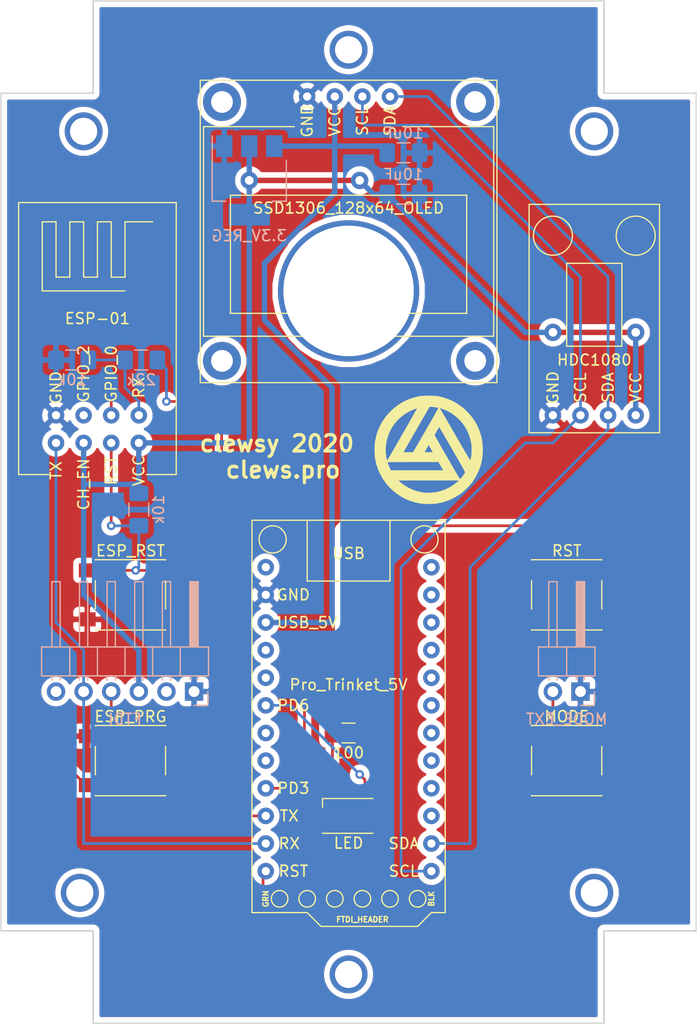
<source format=kicad_pcb>
(kicad_pcb (version 20171130) (host pcbnew 5.1.4+dfsg1-1)
  (layers (0 F.Cu signal) (31 B.Cu signal) (34 B.Paste user) (35 F.Paste user) (36 B.SilkS user) (37 F.SilkS user) (38 B.Mask user) (39 F.Mask user) (44 Edge.Cuts user))
  (net 0 "")
  (net 1 GND)
  (net 2 5V)
  (net 3 3.3V)
  (net 4 "Net-(D1-Pad2)")
  (net 5 "Net-(D1-Pad1)")
  (net 6 "Net-(ESP_PRG1-Pad2)")
  (net 7 "Net-(ESP_RST1-Pad1)")
  (net 8 "Net-(R3-Pad1)")
  (net 9 U1_TX)
  (net 10 "Net-(RST1-Pad2)")
  (net 11 SCL)
  (net 12 SDA)
  (net 13 "Net-(U1-Pad22)")
  (net 14 "Net-(U1-Pad21)")
  (net 15 "Net-(U1-Pad20)")
  (net 16 "Net-(U1-Pad19)")
  (net 17 "Net-(U1-Pad18)")
  (net 18 "Net-(U1-Pad17)")
  (net 19 "Net-(U1-Pad16)")
  (net 20 "Net-(U1-Pad15)")
  (net 21 "Net-(U1-Pad14)")
  (net 22 "Net-(U1-Pad13)")
  (net 23 U1_RX)
  (net 24 "Net-(U1-Pad8)")
  (net 25 "Net-(U1-Pad7)")
  (net 26 "Net-(U1-Pad5)")
  (net 27 "Net-(U1-Pad4)")
  (net 28 "Net-(U1-Pad1)")
  (net 29 "Net-(U2-Pad3)")
  (net 30 "Net-(J1-Pad2)")
  (net 31 "Net-(U6-Pad2)")
  (net 32 "Net-(U6-Pad6)")
  (module temp0_parts:clewsy_logo_10mm (layer F.Cu) (at 149.86 92.075)
    (fp_text reference G*** hide)
    (fp_text value LOGO hide)
    (fp_poly (pts (xy 0.242222 -4.965981) (xy 0.44562 -4.96071) (xy 0.621111 -4.950311) (xy 0.779614 -4.933463) (xy 0.932046 -4.908845) (xy 1.089324 -4.875137) (xy 1.262366 -4.831017) (xy 1.367652 -4.801993) (xy 1.825872 -4.649425) (xy 2.259115 -4.455534) (xy 2.66994 -4.218804) (xy 3.060902 -3.937718) (xy 3.434562 -3.61076) (xy 3.523619 -3.523628) (xy 3.848058 -3.171751) (xy 4.126976 -2.808637) (xy 4.364378 -2.4283) (xy 4.564268 -2.024755) (xy 4.627104 -1.874432) (xy 4.770232 -1.472116) (xy 4.874441 -1.075393) (xy 4.942115 -0.6716) (xy 4.975642 -0.248072) (xy 4.980392 0) (xy 4.95937 0.492885) (xy 4.895468 0.964694) (xy 4.787437 1.419321) (xy 4.634024 1.860663) (xy 4.433978 2.292614) (xy 4.186047 2.71907) (xy 4.034254 2.944972) (xy 3.931621 3.078468) (xy 3.798663 3.232761) (xy 3.644712 3.398519) (xy 3.4791 3.566409) (xy 3.311158 3.7271) (xy 3.15022 3.87126) (xy 3.005616 3.989556) (xy 2.944972 4.034254) (xy 2.512235 4.311654) (xy 2.071619 4.540463) (xy 1.620924 4.721572) (xy 1.157951 4.855869) (xy 0.700944 4.941433) (xy 0.53287 4.95893) (xy 0.330496 4.970611) (xy 0.107631 4.976482) (xy -0.121919 4.976552) (xy -0.344346 4.970827) (xy -0.545841 4.959315) (xy -0.712598 4.942024) (xy -0.722157 4.940663) (xy -1.203896 4.846177) (xy -1.667963 4.706612) (xy -2.111958 4.524293) (xy -2.533486 4.301546) (xy -2.930147 4.040695) (xy -3.299544 3.744066) (xy -3.63928 3.413984) (xy -3.946955 3.052773) (xy -4.114279 2.813921) (xy -2.773436 2.813921) (xy -2.700297 2.891188) (xy -2.611576 2.973909) (xy -2.489457 3.07243) (xy -2.344584 3.179298) (xy -2.187602 3.28706) (xy -2.029155 3.388264) (xy -1.879887 3.475457) (xy -1.820765 3.506997) (xy -1.404059 3.694477) (xy -0.975396 3.833815) (xy -0.532573 3.92571) (xy -0.473138 3.934307) (xy -0.335716 3.946329) (xy -0.162835 3.951108) (xy 0.031778 3.949199) (xy 0.234393 3.941158) (xy 0.43128 3.927541) (xy 0.60871 3.908902) (xy 0.752955 3.885797) (xy 0.759509 3.884438) (xy 1.188447 3.770247) (xy 1.601964 3.612527) (xy 1.818979 3.508547) (xy 1.961616 3.429157) (xy 2.117793 3.332734) (xy 2.276926 3.226692) (xy 2.428433 3.118445) (xy 2.561729 3.015406) (xy 2.666232 2.924989) (xy 2.700296 2.891188) (xy 2.773435 2.813921) (xy -2.773436 2.813921) (xy -4.114279 2.813921) (xy -4.220174 2.662758) (xy -4.456537 2.246266) (xy -4.653646 1.80562) (xy -4.809105 1.343146) (xy -4.855142 1.144921) (xy -3.785098 1.144921) (xy -3.775583 1.186277) (xy -3.749792 1.262483) (xy -3.711853 1.362957) (xy -3.665897 1.47712) (xy -3.616054 1.59439) (xy -3.56862 1.699558) (xy -3.478421 1.892549) (xy 1.348768 1.892549) (xy 1.300073 1.811617) (xy 1.269598 1.760463) (xy 1.220169 1.676928) (xy 1.158029 1.571587) (xy 1.089425 1.455017) (xy 1.072158 1.425637) (xy 0.892939 1.120588) (xy -1.44608 1.120588) (xy -1.876948 1.120845) (xy -2.266579 1.121611) (xy -2.614022 1.122875) (xy -2.918329 1.124627) (xy -3.178549 1.126858) (xy -3.393731 1.129558) (xy -3.562927 1.132717) (xy -3.685186 1.136324) (xy -3.759557 1.14037) (xy -3.785092 1.144846) (xy -3.785098 1.144921) (xy -4.855142 1.144921) (xy -4.918628 0.871568) (xy -4.941794 0.706867) (xy -4.959266 0.505522) (xy -4.970833 0.28039) (xy -4.976283 0.044327) (xy -4.975626 -0.131086) (xy -3.957395 -0.131086) (xy -3.949831 0.286295) (xy -3.895024 0.703319) (xy -3.868667 0.829745) (xy -3.847991 0.911232) (xy -3.829568 0.967119) (xy -3.817106 0.986329) (xy -3.81638 0.985856) (xy -3.802356 0.962887) (xy -3.765066 0.899536) (xy -3.706113 0.798572) (xy -3.627102 0.662764) (xy -3.529636 0.49488) (xy -3.41532 0.297688) (xy -3.359233 0.200837) (xy -2.311732 0.200837) (xy -2.290965 0.209159) (xy -2.225926 0.21593) (xy -2.12213 0.220849) (xy -1.985092 0.223616) (xy -1.885223 0.224117) (xy -0.378284 0.224117) (xy 0.378283 0.224117) (xy 0.297782 0.080931) (xy 0.203107 -0.086996) (xy 0.129936 -0.215586) (xy 0.075738 -0.309124) (xy 0.03798 -0.371892) (xy 0.01413 -0.408173) (xy 0.001657 -0.422252) (xy 0 -0.422805) (xy -0.009992 -0.413674) (xy -0.030719 -0.383426) (xy -0.064711 -0.327778) (xy -0.114502 -0.242447) (xy -0.182623 -0.123148) (xy -0.271607 0.034401) (xy -0.297783 0.080931) (xy -0.378284 0.224117) (xy -1.885223 0.224117) (xy -1.722995 0.223442) (xy -1.603632 0.221037) (xy -1.520211 0.216336) (xy -1.465805 0.208772) (xy -1.433491 0.197779) (xy -1.418734 0.185947) (xy -1.401914 0.159238) (xy -1.362022 0.092455) (xy -1.30085 -0.011322) (xy -1.220189 -0.149014) (xy -1.121832 -0.317542) (xy -1.007571 -0.513826) (xy -0.879198 -0.734788) (xy -0.738505 -0.977348) (xy -0.587286 -1.238426) (xy -0.526444 -1.343606) (xy 0.547843 -1.343606) (xy 0.560034 -1.318236) (xy 0.595455 -1.252812) (xy 0.652374 -1.150375) (xy 0.72906 -1.013968) (xy 0.823781 -0.846634) (xy 0.934807 -0.651416) (xy 1.060407 -0.431355) (xy 1.198848 -0.189496) (xy 1.348401 0.07112) (xy 1.507333 0.347451) (xy 1.673915 0.636452) (xy 1.710428 0.699717) (xy 1.90669 1.039633) (xy 2.079633 1.338915) (xy 2.230802 1.600081) (xy 2.361744 1.825651) (xy 2.474008 2.018142) (xy 2.569138 2.180073) (xy 2.648683 2.313961) (xy 2.714189 2.422326) (xy 2.767203 2.507684) (xy 2.809271 2.572555) (xy 2.841942 2.619457) (xy 2.866761 2.650907) (xy 2.885276 2.669424) (xy 2.899034 2.677527) (xy 2.90958 2.677733) (xy 2.918463 2.67256) (xy 2.920973 2.670392) (xy 2.955105 2.633145) (xy 3.010243 2.565907) (xy 3.078125 2.47898) (xy 3.135419 2.403039) (xy 3.206885 2.305807) (xy 3.270507 2.217382) (xy 3.318331 2.148927) (xy 3.339496 2.116666) (xy 3.345179 2.105295) (xy 3.347991 2.091447) (xy 3.346513 2.072508) (xy 3.339324 2.045862) (xy 3.325005 2.008895) (xy 3.302136 1.95899) (xy 3.269297 1.893534) (xy 3.225068 1.809911) (xy 3.168028 1.705505) (xy 3.096759 1.577703) (xy 3.009841 1.423888) (xy 2.905852 1.241445) (xy 2.783375 1.02776) (xy 2.640988 0.780217) (xy 2.477272 0.496202) (xy 2.290806 0.173098) (xy 2.180357 -0.018203) (xy 2.009826 -0.313267) (xy 1.846225 -0.595801) (xy 1.69128 -0.862853) (xy 1.546714 -1.111476) (xy 1.414255 -1.33872) (xy 1.295626 -1.541636) (xy 1.192554 -1.717275) (xy 1.106763 -1.862687) (xy 1.039979 -1.974924) (xy 0.993927 -2.051036) (xy 0.970333 -2.088074) (xy 0.967599 -2.091291) (xy 0.95031 -2.070938) (xy 0.914532 -2.015292) (xy 0.865144 -1.933043) (xy 0.807025 -1.83288) (xy 0.745053 -1.723492) (xy 0.684106 -1.61357) (xy 0.629062 -1.511802) (xy 0.5848 -1.426878) (xy 0.556198 -1.367487) (xy 0.547843 -1.343606) (xy -0.526444 -1.343606) (xy -0.42733 -1.514945) (xy -0.260432 -1.803823) (xy -0.233971 -1.849657) (xy -0.037022 -2.191005) (xy 0.136276 -2.49183) (xy 0.287308 -2.754661) (xy 0.417462 -2.982026) (xy 0.528126 -3.176454) (xy 0.620686 -3.340474) (xy 0.69653 -3.476614) (xy 0.757045 -3.587403) (xy 0.803617 -3.67537) (xy 0.837635 -3.743044) (xy 0.860486 -3.792953) (xy 0.873555 -3.827626) (xy 0.873911 -3.829298) (xy 1.026737 -3.829298) (xy 1.230765 -3.477247) (xy 1.27307 -3.404181) (xy 1.338172 -3.29165) (xy 1.423952 -3.143318) (xy 1.528296 -2.962845) (xy 1.649085 -2.753894) (xy 1.784205 -2.520125) (xy 1.931538 -2.265201) (xy 2.088968 -1.992784) (xy 2.254378 -1.706535) (xy 2.425652 -1.410116) (xy 2.600674 -1.107188) (xy 2.626485 -1.062511) (xy 2.846047 -0.683155) (xy 3.04475 -0.341248) (xy 3.222205 -0.037446) (xy 3.378019 0.227595) (xy 3.511801 0.453218) (xy 3.623159 0.638767) (xy 3.711702 0.783586) (xy 3.777038 0.887018) (xy 3.818776 0.948407) (xy 3.836524 0.967097) (xy 3.836905 0.966712) (xy 3.85008 0.928031) (xy 3.868925 0.854012) (xy 3.890069 0.758294) (xy 3.897452 0.72187) (xy 3.922516 0.55696) (xy 3.940849 0.358486) (xy 3.951945 0.142297) (xy 3.955297 -0.075758) (xy 3.950396 -0.279829) (xy 3.936737 -0.454068) (xy 3.935413 -0.464957) (xy 3.856141 -0.901862) (xy 3.730836 -1.322708) (xy 3.561539 -1.724449) (xy 3.350288 -2.104036) (xy 3.099126 -2.458423) (xy 2.810093 -2.784563) (xy 2.48523 -3.079408) (xy 2.126576 -3.339912) (xy 1.930195 -3.4592) (xy 1.793787 -3.531191) (xy 1.632851 -3.607181) (xy 1.462953 -3.680551) (xy 1.299661 -3.744682) (xy 1.158541 -3.792953) (xy 1.117241 -3.804883) (xy 1.026737 -3.829298) (xy 0.873911 -3.829298) (xy 0.878232 -3.849592) (xy 0.875902 -3.861379) (xy 0.871429 -3.864729) (xy 0.816999 -3.87863) (xy 0.726318 -3.895512) (xy 0.612704 -3.913513) (xy 0.489475 -3.930767) (xy 0.369948 -3.945411) (xy 0.267439 -3.955581) (xy 0.195268 -3.959412) (xy 0.085134 -3.959412) (xy -1.109149 -1.890927) (xy -1.279544 -1.595714) (xy -1.442847 -1.312611) (xy -1.597337 -1.044611) (xy -1.741294 -0.794705) (xy -1.873 -0.565885) (xy -1.990734 -0.361141) (xy -2.092776 -0.183465) (xy -2.177407 -0.035849) (xy -2.242906 0.078717) (xy -2.287555 0.15724) (xy -2.309633 0.19673) (xy -2.311732 0.200837) (xy -3.359233 0.200837) (xy -3.285756 0.073958) (xy -3.14255 -0.173543) (xy -2.987304 -0.442046) (xy -2.821622 -0.728782) (xy -2.64711 -1.030984) (xy -2.465369 -1.345882) (xy -2.426812 -1.412713) (xy -2.244212 -1.729568) (xy -2.069036 -2.034212) (xy -1.902845 -2.323891) (xy -1.747203 -2.595851) (xy -1.603672 -2.84734) (xy -1.473815 -3.075603) (xy -1.359195 -3.277888) (xy -1.261374 -3.451441) (xy -1.181916 -3.593509) (xy -1.122382 -3.701339) (xy -1.084336 -3.772177) (xy -1.069341 -3.80327) (xy -1.069287 -3.804502) (xy -1.107326 -3.800835) (xy -1.181535 -3.779228) (xy -1.283122 -3.743162) (xy -1.403295 -3.696117) (xy -1.533263 -3.641574) (xy -1.664233 -3.583013) (xy -1.787414 -3.523915) (xy -1.820765 -3.506998) (xy -2.189112 -3.290426) (xy -2.527764 -3.037052) (xy -2.834967 -2.750592) (xy -3.108965 -2.434761) (xy -3.348004 -2.093276) (xy -3.550328 -1.729852) (xy -3.714185 -1.348206) (xy -3.837818 -0.952052) (xy -3.919473 -0.545107) (xy -3.957395 -0.131086) (xy -4.975626 -0.131086) (xy -4.975405 -0.189809) (xy -4.967987 -0.409161) (xy -4.953819 -0.600873) (xy -4.944163 -0.682162) (xy -4.851445 -1.176271) (xy -4.713727 -1.649047) (xy -4.531072 -2.100363) (xy -4.303543 -2.530093) (xy -4.031203 -2.938112) (xy -3.714115 -3.324293) (xy -3.524126 -3.523883) (xy -3.153843 -3.862393) (xy -2.765902 -4.154901) (xy -2.357992 -4.402783) (xy -1.927802 -4.607417) (xy -1.473023 -4.770179) (xy -1.394608 -4.793351) (xy -1.204425 -4.845999) (xy -1.036974 -4.887087) (xy -0.881321 -4.917979) (xy -0.726533 -4.94004) (xy -0.561674 -4.954637) (xy -0.37581 -4.963133) (xy -0.158007 -4.966893) (xy 0 -4.967445) (xy 0.242222 -4.965981)) (layer F.SilkS) (width 0.01))
  )
  (module Connector_PinHeader_2.54mm:PinHeader_1x02_P2.54mm_Horizontal (layer B.Cu) (at 163.83 114.3 90)
    (fp_text reference J1)
    (fp_text value MODE_EXT (at -2.54 -1.27) (layer B.SilkS) (effects (justify mirror)))
    (fp_line (start -1.27 1.27) (end 0 1.27) (layer B.SilkS) (width 0.12))
    (fp_line (start -1.27 0) (end -1.27 1.27) (layer B.SilkS) (width 0.12))
    (fp_line (start 1.042929 -2.92) (end 1.44 -2.92) (layer B.SilkS) (width 0.12))
    (fp_line (start 1.042929 -2.16) (end 1.44 -2.16) (layer B.SilkS) (width 0.12))
    (fp_line (start 10.1 -2.92) (end 4.1 -2.92) (layer B.SilkS) (width 0.12))
    (fp_line (start 10.1 -2.16) (end 10.1 -2.92) (layer B.SilkS) (width 0.12))
    (fp_line (start 4.1 -2.16) (end 10.1 -2.16) (layer B.SilkS) (width 0.12))
    (fp_line (start 1.44 -1.27) (end 4.1 -1.27) (layer B.SilkS) (width 0.12))
    (fp_line (start 1.11 -0.38) (end 1.44 -0.38) (layer B.SilkS) (width 0.12))
    (fp_line (start 1.11 0.38) (end 1.44 0.38) (layer B.SilkS) (width 0.12))
    (fp_line (start 4.1 -0.28) (end 10.1 -0.28) (layer B.SilkS) (width 0.12))
    (fp_line (start 4.1 -0.16) (end 10.1 -0.16) (layer B.SilkS) (width 0.12))
    (fp_line (start 4.1 -0.04) (end 10.1 -0.04) (layer B.SilkS) (width 0.12))
    (fp_line (start 4.1 0.08) (end 10.1 0.08) (layer B.SilkS) (width 0.12))
    (fp_line (start 4.1 0.2) (end 10.1 0.2) (layer B.SilkS) (width 0.12))
    (fp_line (start 4.1 0.32) (end 10.1 0.32) (layer B.SilkS) (width 0.12))
    (fp_line (start 10.1 -0.38) (end 4.1 -0.38) (layer B.SilkS) (width 0.12))
    (fp_line (start 10.1 0.38) (end 10.1 -0.38) (layer B.SilkS) (width 0.12))
    (fp_line (start 4.1 0.38) (end 10.1 0.38) (layer B.SilkS) (width 0.12))
    (fp_line (start 4.1 1.33) (end 1.44 1.33) (layer B.SilkS) (width 0.12))
    (fp_line (start 4.1 -3.87) (end 4.1 1.33) (layer B.SilkS) (width 0.12))
    (fp_line (start 1.44 -3.87) (end 4.1 -3.87) (layer B.SilkS) (width 0.12))
    (fp_line (start 1.44 1.33) (end 1.44 -3.87) (layer B.SilkS) (width 0.12))
    (pad 2 thru_hole oval (at 0 -2.54 90) (size 1.7 1.7) (drill 1) (layers *.Cu *.Mask) (net 30 "Net-(J1-Pad2)"))
    (pad 1 thru_hole rect (at 0 0 90) (size 1.7 1.7) (drill 1) (layers *.Cu *.Mask) (net 1 GND))
  )
  (module Connector_PinHeader_2.54mm:PinHeader_1x06_P2.54mm_Horizontal (layer B.Cu) (at 128.27 114.3 90)
    (fp_text reference U6)
    (fp_text value FTDI (at -2.54 -6.35) (layer B.SilkS) (effects (justify mirror)))
    (fp_line (start 1.44 1.33) (end 1.44 -14.03) (layer B.SilkS) (width 0.12))
    (fp_line (start 1.44 -14.03) (end 4.1 -14.03) (layer B.SilkS) (width 0.12))
    (fp_line (start 4.1 -14.03) (end 4.1 1.33) (layer B.SilkS) (width 0.12))
    (fp_line (start 4.1 1.33) (end 1.44 1.33) (layer B.SilkS) (width 0.12))
    (fp_line (start 4.1 0.38) (end 10.1 0.38) (layer B.SilkS) (width 0.12))
    (fp_line (start 10.1 0.38) (end 10.1 -0.38) (layer B.SilkS) (width 0.12))
    (fp_line (start 10.1 -0.38) (end 4.1 -0.38) (layer B.SilkS) (width 0.12))
    (fp_line (start 4.1 0.32) (end 10.1 0.32) (layer B.SilkS) (width 0.12))
    (fp_line (start 4.1 0.2) (end 10.1 0.2) (layer B.SilkS) (width 0.12))
    (fp_line (start 4.1 0.08) (end 10.1 0.08) (layer B.SilkS) (width 0.12))
    (fp_line (start 4.1 -0.04) (end 10.1 -0.04) (layer B.SilkS) (width 0.12))
    (fp_line (start 4.1 -0.16) (end 10.1 -0.16) (layer B.SilkS) (width 0.12))
    (fp_line (start 4.1 -0.28) (end 10.1 -0.28) (layer B.SilkS) (width 0.12))
    (fp_line (start 1.11 0.38) (end 1.44 0.38) (layer B.SilkS) (width 0.12))
    (fp_line (start 1.11 -0.38) (end 1.44 -0.38) (layer B.SilkS) (width 0.12))
    (fp_line (start 1.44 -1.27) (end 4.1 -1.27) (layer B.SilkS) (width 0.12))
    (fp_line (start 4.1 -2.16) (end 10.1 -2.16) (layer B.SilkS) (width 0.12))
    (fp_line (start 10.1 -2.16) (end 10.1 -2.92) (layer B.SilkS) (width 0.12))
    (fp_line (start 10.1 -2.92) (end 4.1 -2.92) (layer B.SilkS) (width 0.12))
    (fp_line (start 1.042929 -2.16) (end 1.44 -2.16) (layer B.SilkS) (width 0.12))
    (fp_line (start 1.042929 -2.92) (end 1.44 -2.92) (layer B.SilkS) (width 0.12))
    (fp_line (start 1.44 -3.81) (end 4.1 -3.81) (layer B.SilkS) (width 0.12))
    (fp_line (start 4.1 -4.7) (end 10.1 -4.7) (layer B.SilkS) (width 0.12))
    (fp_line (start 10.1 -4.7) (end 10.1 -5.46) (layer B.SilkS) (width 0.12))
    (fp_line (start 10.1 -5.46) (end 4.1 -5.46) (layer B.SilkS) (width 0.12))
    (fp_line (start 1.042929 -4.7) (end 1.44 -4.7) (layer B.SilkS) (width 0.12))
    (fp_line (start 1.042929 -5.46) (end 1.44 -5.46) (layer B.SilkS) (width 0.12))
    (fp_line (start 1.44 -6.35) (end 4.1 -6.35) (layer B.SilkS) (width 0.12))
    (fp_line (start 4.1 -7.24) (end 10.1 -7.24) (layer B.SilkS) (width 0.12))
    (fp_line (start 10.1 -7.24) (end 10.1 -8) (layer B.SilkS) (width 0.12))
    (fp_line (start 10.1 -8) (end 4.1 -8) (layer B.SilkS) (width 0.12))
    (fp_line (start 1.042929 -7.24) (end 1.44 -7.24) (layer B.SilkS) (width 0.12))
    (fp_line (start 1.042929 -8) (end 1.44 -8) (layer B.SilkS) (width 0.12))
    (fp_line (start 1.44 -8.89) (end 4.1 -8.89) (layer B.SilkS) (width 0.12))
    (fp_line (start 4.1 -9.78) (end 10.1 -9.78) (layer B.SilkS) (width 0.12))
    (fp_line (start 10.1 -9.78) (end 10.1 -10.54) (layer B.SilkS) (width 0.12))
    (fp_line (start 10.1 -10.54) (end 4.1 -10.54) (layer B.SilkS) (width 0.12))
    (fp_line (start 1.042929 -9.78) (end 1.44 -9.78) (layer B.SilkS) (width 0.12))
    (fp_line (start 1.042929 -10.54) (end 1.44 -10.54) (layer B.SilkS) (width 0.12))
    (fp_line (start 1.44 -11.43) (end 4.1 -11.43) (layer B.SilkS) (width 0.12))
    (fp_line (start 4.1 -12.32) (end 10.1 -12.32) (layer B.SilkS) (width 0.12))
    (fp_line (start 10.1 -12.32) (end 10.1 -13.08) (layer B.SilkS) (width 0.12))
    (fp_line (start 10.1 -13.08) (end 4.1 -13.08) (layer B.SilkS) (width 0.12))
    (fp_line (start 1.042929 -12.32) (end 1.44 -12.32) (layer B.SilkS) (width 0.12))
    (fp_line (start 1.042929 -13.08) (end 1.44 -13.08) (layer B.SilkS) (width 0.12))
    (fp_line (start -1.27 0) (end -1.27 1.27) (layer B.SilkS) (width 0.12))
    (fp_line (start -1.27 1.27) (end 0 1.27) (layer B.SilkS) (width 0.12))
    (pad 1 thru_hole rect (at 0 0 90) (size 1.7 1.7) (drill 1) (layers *.Cu *.Mask) (net 1 GND))
    (pad 2 thru_hole oval (at 0 -2.54 90) (size 1.7 1.7) (drill 1) (layers *.Cu *.Mask) (net 31 "Net-(U6-Pad2)"))
    (pad 3 thru_hole oval (at 0 -5.08 90) (size 1.7 1.7) (drill 1) (layers *.Cu *.Mask) (net 3 3.3V))
    (pad 4 thru_hole oval (at 0 -7.62 90) (size 1.7 1.7) (drill 1) (layers *.Cu *.Mask) (net 9 U1_TX))
    (pad 5 thru_hole oval (at 0 -10.16 90) (size 1.7 1.7) (drill 1) (layers *.Cu *.Mask) (net 23 U1_RX))
    (pad 6 thru_hole oval (at 0 -12.7 90) (size 1.7 1.7) (drill 1) (layers *.Cu *.Mask) (net 32 "Net-(U6-Pad6)"))
  )
  (module Package_TO_SOT_SMD:SOT-223-3_TabPin2 (layer B.Cu) (at 133.35 67.31 270)
    (fp_text reference U5)
    (fp_text value 3.3V_REG (at 5.08 0 180) (layer B.SilkS) (effects (justify mirror)))
    (fp_line (start -4.1 3.41) (end 1.91 3.41) (layer B.SilkS) (width 0.12))
    (fp_line (start -1.85 -3.41) (end 1.91 -3.41) (layer B.SilkS) (width 0.12))
    (fp_line (start 1.91 3.41) (end 1.91 2.15) (layer B.SilkS) (width 0.12))
    (fp_line (start 1.91 -3.41) (end 1.91 -2.15) (layer B.SilkS) (width 0.12))
    (pad 1 smd rect (at -3.15 2.3 270) (size 2 1.5) (layers B.Cu B.Paste B.Mask) (net 1 GND))
    (pad 3 smd rect (at -3.15 -2.3 270) (size 2 1.5) (layers B.Cu B.Paste B.Mask) (net 2 5V))
    (pad 2 smd rect (at -3.15 0 270) (size 2 1.5) (layers B.Cu B.Paste B.Mask) (net 3 3.3V))
    (pad 2 smd rect (at 3.15 0 270) (size 2 3.8) (layers B.Cu B.Paste B.Mask) (net 3 3.3V))
  )
  (module temp0_parts:Pro_Trinket_5V (layer F.Cu) (at 142.49 116.84)
    (fp_text reference U1)
    (fp_text value Pro_Trinket_5V (at 0 -3.175) (layer F.SilkS))
    (fp_text user GND (at -5.08 -11.43) (layer F.SilkS))
    (fp_text user USB_5V (at -3.81 -8.89) (layer F.SilkS))
    (fp_text user PD6 (at -5.08 -1.27) (layer F.SilkS))
    (fp_text user PD3 (at -5.08 6.35) (layer F.SilkS))
    (fp_text user "TX " (at -5.08 8.89) (layer F.SilkS))
    (fp_text user "RX " (at -5.08 11.43) (layer F.SilkS))
    (fp_text user RST (at -5.08 13.97) (layer F.SilkS))
    (fp_text user SCL (at 5.08 13.97) (layer F.SilkS))
    (fp_text user SDA (at 5.08 11.43) (layer F.SilkS))
    (fp_text user USB (at 0 -15.24) (layer F.SilkS))
    (fp_line (start 3.81 -12.7) (end 3.81 -18.288) (layer F.SilkS) (width 0.12))
    (fp_line (start -3.81 -12.7) (end 3.81 -12.7) (layer F.SilkS) (width 0.12))
    (fp_line (start -3.81 -18.288) (end -3.81 -12.7) (layer F.SilkS) (width 0.12))
    (fp_text user GRN (at -7.62 16.51 90) (layer F.SilkS) (effects (font (size 0.5 0.5) (thickness 0.125))))
    (fp_text user BLK (at 7.62 16.51 90) (layer F.SilkS) (effects (font (size 0.5 0.5) (thickness 0.125))))
    (fp_line (start -3.81 17.78) (end -8.89 17.78) (layer F.SilkS) (width 0.12))
    (fp_line (start 8.89 17.78) (end 7.62 17.78) (layer F.SilkS) (width 0.12))
    (fp_line (start -2.54 19.05) (end -3.81 17.78) (layer F.SilkS) (width 0.12))
    (fp_line (start 6.35 19.05) (end -2.54 19.05) (layer F.SilkS) (width 0.12))
    (fp_line (start 7.62 17.78) (end 6.35 19.05) (layer F.SilkS) (width 0.12))
    (fp_text user FTDI_HEADER (at 1.27 18.415) (layer F.SilkS) (effects (font (size 0.5 0.5) (thickness 0.125))))
    (fp_circle (center 6.35 16.51) (end 7.112 16.51) (layer F.SilkS) (width 0.12))
    (fp_circle (center 3.81 16.51) (end 4.572 16.51) (layer F.SilkS) (width 0.12))
    (fp_circle (center 1.27 16.51) (end 2.032 16.51) (layer F.SilkS) (width 0.12))
    (fp_circle (center -1.27 16.51) (end -0.508 16.51) (layer F.SilkS) (width 0.12))
    (fp_circle (center -3.81 16.51) (end -3.048 16.51) (layer F.SilkS) (width 0.12))
    (fp_circle (center -6.35 16.51) (end -5.588 16.51) (layer F.SilkS) (width 0.12))
    (fp_circle (center -6.985 -16.53) (end -5.735 -16.53) (layer F.SilkS) (width 0.12))
    (fp_circle (center 6.985 -16.53) (end 8.235 -16.53) (layer F.SilkS) (width 0.12))
    (fp_line (start 8.89 -18.288) (end -8.89 -18.288) (layer F.SilkS) (width 0.12))
    (fp_line (start 8.89 17.78) (end 8.89 -18.288) (layer F.SilkS) (width 0.12))
    (fp_line (start -8.89 -18.288) (end -8.89 17.78) (layer F.SilkS) (width 0.12))
    (pad 24 thru_hole circle (at 7.62 13.97) (size 1.524 1.524) (drill 0.762) (layers *.Cu *.Mask) (net 11 SCL))
    (pad 23 thru_hole circle (at 7.62 11.43) (size 1.524 1.524) (drill 0.762) (layers *.Cu *.Mask) (net 12 SDA))
    (pad 22 thru_hole circle (at 7.62 8.89) (size 1.524 1.524) (drill 0.762) (layers *.Cu *.Mask) (net 13 "Net-(U1-Pad22)"))
    (pad 21 thru_hole circle (at 7.62 6.35) (size 1.524 1.524) (drill 0.762) (layers *.Cu *.Mask) (net 14 "Net-(U1-Pad21)"))
    (pad 20 thru_hole circle (at 7.62 3.81) (size 1.524 1.524) (drill 0.762) (layers *.Cu *.Mask) (net 15 "Net-(U1-Pad20)"))
    (pad 19 thru_hole circle (at 7.62 1.27) (size 1.524 1.524) (drill 0.762) (layers *.Cu *.Mask) (net 16 "Net-(U1-Pad19)"))
    (pad 18 thru_hole circle (at 7.62 -1.27) (size 1.524 1.524) (drill 0.762) (layers *.Cu *.Mask) (net 17 "Net-(U1-Pad18)"))
    (pad 17 thru_hole circle (at 7.62 -3.81) (size 1.524 1.524) (drill 0.762) (layers *.Cu *.Mask) (net 18 "Net-(U1-Pad17)"))
    (pad 16 thru_hole circle (at 7.62 -6.35) (size 1.524 1.524) (drill 0.762) (layers *.Cu *.Mask) (net 19 "Net-(U1-Pad16)"))
    (pad 15 thru_hole circle (at 7.62 -8.89) (size 1.524 1.524) (drill 0.762) (layers *.Cu *.Mask) (net 20 "Net-(U1-Pad15)"))
    (pad 14 thru_hole circle (at 7.62 -11.43) (size 1.524 1.524) (drill 0.762) (layers *.Cu *.Mask) (net 21 "Net-(U1-Pad14)"))
    (pad 13 thru_hole circle (at 7.62 -13.97) (size 1.524 1.524) (drill 0.762) (layers *.Cu *.Mask) (net 22 "Net-(U1-Pad13)"))
    (pad 12 thru_hole circle (at -7.62 13.97) (size 1.524 1.524) (drill 0.762) (layers *.Cu *.Mask) (net 10 "Net-(RST1-Pad2)"))
    (pad 11 thru_hole circle (at -7.62 11.43) (size 1.524 1.524) (drill 0.762) (layers *.Cu *.Mask) (net 23 U1_RX))
    (pad 10 thru_hole circle (at -7.62 8.89) (size 1.524 1.524) (drill 0.762) (layers *.Cu *.Mask) (net 9 U1_TX))
    (pad 9 thru_hole circle (at -7.62 6.35) (size 1.524 1.524) (drill 0.762) (layers *.Cu *.Mask) (net 30 "Net-(J1-Pad2)"))
    (pad 8 thru_hole circle (at -7.62 3.81) (size 1.524 1.524) (drill 0.762) (layers *.Cu *.Mask) (net 24 "Net-(U1-Pad8)"))
    (pad 7 thru_hole circle (at -7.62 1.27) (size 1.524 1.524) (drill 0.762) (layers *.Cu *.Mask) (net 25 "Net-(U1-Pad7)"))
    (pad 6 thru_hole circle (at -7.62 -1.27) (size 1.524 1.524) (drill 0.762) (layers *.Cu *.Mask) (net 4 "Net-(D1-Pad2)"))
    (pad 5 thru_hole circle (at -7.62 -3.81) (size 1.524 1.524) (drill 0.762) (layers *.Cu *.Mask) (net 26 "Net-(U1-Pad5)"))
    (pad 4 thru_hole circle (at -7.62 -6.35) (size 1.524 1.524) (drill 0.762) (layers *.Cu *.Mask) (net 27 "Net-(U1-Pad4)"))
    (pad 3 thru_hole circle (at -7.62 -8.89) (size 1.524 1.524) (drill 0.762) (layers *.Cu *.Mask) (net 2 5V))
    (pad 2 thru_hole circle (at -7.62 -11.43) (size 1.524 1.524) (drill 0.762) (layers *.Cu *.Mask) (net 1 GND))
    (pad 1 thru_hole circle (at -7.62 -13.97) (size 1.524 1.524) (drill 0.762) (layers *.Cu *.Mask) (net 28 "Net-(U1-Pad1)"))
  )
  (module temp0_parts:hdc1080 (layer F.Cu) (at 165.1 80.01 90)
    (fp_text reference U4)
    (fp_text value HDC1080 (at -3.81 0 180) (layer F.SilkS))
    (fp_line (start -2.54 2.54) (end 5.08 2.54) (layer F.SilkS) (width 0.12))
    (fp_line (start -2.54 -2.54) (end -2.54 2.54) (layer F.SilkS) (width 0.12))
    (fp_line (start 5.08 -2.54) (end -2.54 -2.54) (layer F.SilkS) (width 0.12))
    (fp_text user VCC (at -6.35 3.81 90) (layer F.SilkS))
    (fp_text user SDA (at -6.35 1.27 90) (layer F.SilkS))
    (fp_text user SCL (at -6.35 -1.27 90) (layer F.SilkS))
    (fp_text user GND (at -6.35 -3.81 90) (layer F.SilkS))
    (fp_line (start 5.08 -2.54) (end 5.08 2.54) (layer F.SilkS) (width 0.12))
    (fp_circle (center 7.62 3.81) (end 8.89 5.08) (layer F.SilkS) (width 0.12))
    (fp_circle (center 7.62 -3.81) (end 8.89 -5.08) (layer F.SilkS) (width 0.12))
    (fp_line (start 10.5 -6) (end -10.5 -6) (layer F.SilkS) (width 0.12))
    (fp_line (start 10.5 6) (end 10.5 -6) (layer F.SilkS) (width 0.12))
    (fp_line (start -10.5 6) (end 10.5 6) (layer F.SilkS) (width 0.12))
    (fp_line (start -10.5 -6) (end -10.5 6) (layer F.SilkS) (width 0.12))
    (pad 4 thru_hole circle (at -8.89 3.81 90) (size 1.524 1.524) (drill 0.762) (layers *.Cu *.Mask) (net 3 3.3V))
    (pad 3 thru_hole circle (at -8.89 1.27 90) (size 1.524 1.524) (drill 0.762) (layers *.Cu *.Mask) (net 12 SDA))
    (pad 2 thru_hole circle (at -8.89 -1.27 90) (size 1.524 1.524) (drill 0.762) (layers *.Cu *.Mask) (net 11 SCL))
    (pad 1 thru_hole circle (at -8.89 -3.81 90) (size 1.524 1.524) (drill 0.762) (layers *.Cu *.Mask) (net 1 GND))
  )
  (module temp0_parts:oled_i2c_ssd1306 (layer F.Cu) (at 142.49 72 180)
    (fp_text reference U3)
    (fp_text value SSD1306_128x64_OLED (at 0 2.15) (layer F.SilkS))
    (fp_line (start -10.87 3.33) (end -10.87 -7.53) (layer F.SilkS) (width 0.12))
    (fp_line (start 10.87 3.33) (end -10.87 3.33) (layer F.SilkS) (width 0.12))
    (fp_line (start 10.87 -7.53) (end 10.87 3.33) (layer F.SilkS) (width 0.12))
    (fp_line (start -10.87 -7.53) (end 10.87 -7.53) (layer F.SilkS) (width 0.12))
    (fp_line (start -5 9.635) (end -13.35 9.635) (layer F.SilkS) (width 0.12))
    (fp_line (start -13.35 9.635) (end -13.35 -9.635) (layer F.SilkS) (width 0.12))
    (fp_line (start 13.35 9.635) (end 5 9.635) (layer F.SilkS) (width 0.12))
    (fp_line (start 13.35 -9.635) (end 13.35 9.635) (layer F.SilkS) (width 0.12))
    (fp_line (start -13.35 -9.635) (end 13.35 -9.635) (layer F.SilkS) (width 0.12))
    (fp_text user SDA (at -3.81 10.16 90) (layer F.SilkS))
    (fp_text user SCL (at -1.27 10.16 90) (layer F.SilkS))
    (fp_text user VCC (at 1.27 10.16 90) (layer F.SilkS))
    (fp_text user GND (at 3.81 10.16 90) (layer F.SilkS))
    (fp_line (start 13.65 -13.9) (end -13.65 -13.9) (layer F.SilkS) (width 0.12))
    (fp_line (start 13.65 13.9) (end 13.65 -13.9) (layer F.SilkS) (width 0.12))
    (fp_line (start -13.65 13.9) (end 13.65 13.9) (layer F.SilkS) (width 0.12))
    (fp_line (start -13.65 -13.9) (end -13.65 13.9) (layer F.SilkS) (width 0.12))
    (pad "" thru_hole circle (at 11.65 11.9 180) (size 3.5 3.5) (drill 2) (layers *.Cu *.Mask))
    (pad "" thru_hole circle (at 11.65 -11.9 180) (size 3.5 3.5) (drill 2) (layers *.Cu *.Mask))
    (pad "" thru_hole circle (at -11.65 -11.9 180) (size 3.5 3.5) (drill 2) (layers *.Cu *.Mask))
    (pad "" thru_hole circle (at -11.65 11.9 180) (size 3.5 3.5) (drill 2) (layers *.Cu *.Mask))
    (pad 4 thru_hole circle (at -3.81 12.4 180) (size 1.524 1.524) (drill 0.762) (layers *.Cu *.Mask) (net 12 SDA))
    (pad 3 thru_hole circle (at -1.27 12.4 180) (size 1.524 1.524) (drill 0.762) (layers *.Cu *.Mask) (net 11 SCL))
    (pad 2 thru_hole circle (at 1.27 12.4 180) (size 1.524 1.524) (drill 0.762) (layers *.Cu *.Mask) (net 2 5V))
    (pad 1 thru_hole circle (at 3.81 12.4 180) (size 1.524 1.524) (drill 0.762) (layers *.Cu *.Mask) (net 1 GND))
  )
  (module temp0_parts:ESP-01 (layer F.Cu) (at 119.38 90.17 270)
    (fp_text reference U2)
    (fp_text value ESP-01 (at -10.16 0 180) (layer F.SilkS))
    (fp_line (start -12.7 5.08) (end -12.7 -2.54) (layer F.SilkS) (width 0.12))
    (fp_line (start -19.05 5.08) (end -12.7 5.08) (layer F.SilkS) (width 0.12))
    (fp_line (start -19.05 3.81) (end -19.05 5.08) (layer F.SilkS) (width 0.12))
    (fp_line (start -13.97 3.81) (end -19.05 3.81) (layer F.SilkS) (width 0.12))
    (fp_line (start -13.97 2.54) (end -13.97 3.81) (layer F.SilkS) (width 0.12))
    (fp_line (start -19.05 2.54) (end -13.97 2.54) (layer F.SilkS) (width 0.12))
    (fp_line (start -19.05 1.27) (end -19.05 2.54) (layer F.SilkS) (width 0.12))
    (fp_line (start -13.97 1.27) (end -19.05 1.27) (layer F.SilkS) (width 0.12))
    (fp_line (start -13.97 0) (end -13.97 1.27) (layer F.SilkS) (width 0.12))
    (fp_line (start -19.05 0) (end -13.97 0) (layer F.SilkS) (width 0.12))
    (fp_line (start -19.05 -1.27) (end -19.05 0) (layer F.SilkS) (width 0.12))
    (fp_line (start -13.97 -1.27) (end -19.05 -1.27) (layer F.SilkS) (width 0.12))
    (fp_line (start -13.97 -2.54) (end -13.97 -1.27) (layer F.SilkS) (width 0.12))
    (fp_line (start -19.05 -2.54) (end -13.97 -2.54) (layer F.SilkS) (width 0.12))
    (fp_line (start -19.05 -5.08) (end -19.05 -2.54) (layer F.SilkS) (width 0.12))
    (fp_line (start 4.18 7.25) (end 4.18 4.5) (layer F.SilkS) (width 0.12))
    (fp_line (start -20.82 7.25) (end -20.82 -7.25) (layer F.SilkS) (width 0.12))
    (fp_line (start 4.18 7.25) (end -20.82 7.25) (layer F.SilkS) (width 0.12))
    (fp_line (start 4.18 -7.25) (end 4.18 -4.5) (layer F.SilkS) (width 0.12))
    (fp_line (start -20.82 -7.25) (end 4.18 -7.25) (layer F.SilkS) (width 0.12))
    (fp_text user GPIO_2 (at -5.08 1.27 90) (layer F.SilkS))
    (fp_text user GPIO_0 (at -5.08 -1.27 90) (layer F.SilkS))
    (fp_text user RX (at -3.81 -3.81 90) (layer F.SilkS))
    (fp_text user TX (at 3.81 3.81 90) (layer F.SilkS))
    (fp_text user CH_EN (at 5.08 1.27 90) (layer F.SilkS))
    (fp_text user RST (at 3.81 -1.27 90) (layer F.SilkS))
    (fp_text user VCC (at 3.81 -3.81 90) (layer F.SilkS))
    (fp_text user GND (at -3.81 3.81 90) (layer F.SilkS))
    (pad 8 thru_hole circle (at 1.27 -3.81 270) (size 1.524 1.524) (drill 0.762) (layers *.Cu *.Mask) (net 3 3.3V))
    (pad 7 thru_hole circle (at -1.27 -3.81 270) (size 1.524 1.524) (drill 0.762) (layers *.Cu *.Mask) (net 8 "Net-(R3-Pad1)"))
    (pad 6 thru_hole circle (at 1.27 -1.27 270) (size 1.524 1.524) (drill 0.762) (layers *.Cu *.Mask) (net 7 "Net-(ESP_RST1-Pad1)"))
    (pad 5 thru_hole circle (at -1.27 -1.27 270) (size 1.524 1.524) (drill 0.762) (layers *.Cu *.Mask) (net 6 "Net-(ESP_PRG1-Pad2)"))
    (pad 4 thru_hole circle (at 1.27 1.27 270) (size 1.524 1.524) (drill 0.762) (layers *.Cu *.Mask) (net 3 3.3V))
    (pad 3 thru_hole circle (at -1.27 1.27 270) (size 1.524 1.524) (drill 0.762) (layers *.Cu *.Mask) (net 29 "Net-(U2-Pad3)"))
    (pad 2 thru_hole circle (at 1.27 3.81 270) (size 1.524 1.524) (drill 0.762) (layers *.Cu *.Mask) (net 23 U1_RX))
    (pad 1 thru_hole circle (at -1.27 3.81 270) (size 1.524 1.524) (drill 0.762) (layers *.Cu *.Mask) (net 1 GND))
  )
  (module Button_Switch_SMD:SW_Push_1P1T_NO_6x6mm_H9.5mm (layer F.Cu) (at 162.56 105.41)
    (fp_text reference RST (at 0 -4.05) (layer F.SilkS))
    (fp_text value SW_Push)
    (fp_line (start -3.23 3.23) (end 3.23 3.23) (layer F.SilkS) (width 0.12))
    (fp_line (start -3.23 -1.3) (end -3.23 1.3) (layer F.SilkS) (width 0.12))
    (fp_line (start -3.23 -3.23) (end 3.23 -3.23) (layer F.SilkS) (width 0.12))
    (fp_line (start 3.23 -1.3) (end 3.23 1.3) (layer F.SilkS) (width 0.12))
    (fp_line (start -3.23 -3.2) (end -3.23 -3.23) (layer F.SilkS) (width 0.12))
    (fp_line (start -3.23 3.23) (end -3.23 3.2) (layer F.SilkS) (width 0.12))
    (fp_line (start 3.23 3.23) (end 3.23 3.2) (layer F.SilkS) (width 0.12))
    (fp_line (start 3.23 -3.23) (end 3.23 -3.2) (layer F.SilkS) (width 0.12))
    (pad 2 smd rect (at 3.975 2.25) (size 1.55 1.3) (layers F.Cu F.Paste F.Mask) (net 10 "Net-(RST1-Pad2)"))
    (pad 1 smd rect (at 3.975 -2.25) (size 1.55 1.3) (layers F.Cu F.Paste F.Mask) (net 1 GND))
    (pad 1 smd rect (at -3.975 -2.25) (size 1.55 1.3) (layers F.Cu F.Paste F.Mask) (net 1 GND))
    (pad 2 smd rect (at -3.975 2.25) (size 1.55 1.3) (layers F.Cu F.Paste F.Mask) (net 10 "Net-(RST1-Pad2)"))
  )
  (module Resistor_SMD:R_1206_3216Metric_Pad1.42x1.75mm_HandSolder (layer B.Cu) (at 123.4075 83.82 180)
    (fp_text reference R4)
    (fp_text value 22k (at 0 -1.82) (layer B.SilkS) (effects (justify mirror)))
    (fp_line (start -0.602064 -0.91) (end 0.602064 -0.91) (layer B.SilkS) (width 0.12))
    (fp_line (start -0.602064 0.91) (end 0.602064 0.91) (layer B.SilkS) (width 0.12))
    (pad 2 smd roundrect (at 1.4875 0 180) (size 1.425 1.75) (layers B.Cu B.Paste B.Mask) (roundrect_rratio 0.175439) (net 8 "Net-(R3-Pad1)"))
    (pad 1 smd roundrect (at -1.4875 0 180) (size 1.425 1.75) (layers B.Cu B.Paste B.Mask) (roundrect_rratio 0.175439) (net 9 U1_TX))
  )
  (module Resistor_SMD:R_1206_3216Metric_Pad1.42x1.75mm_HandSolder (layer B.Cu) (at 117.0575 83.82 180)
    (fp_text reference R3)
    (fp_text value 10k (at 0 -1.82) (layer B.SilkS) (effects (justify mirror)))
    (fp_line (start -0.602064 -0.91) (end 0.602064 -0.91) (layer B.SilkS) (width 0.12))
    (fp_line (start -0.602064 0.91) (end 0.602064 0.91) (layer B.SilkS) (width 0.12))
    (pad 2 smd roundrect (at 1.4875 0 180) (size 1.425 1.75) (layers B.Cu B.Paste B.Mask) (roundrect_rratio 0.175439) (net 1 GND))
    (pad 1 smd roundrect (at -1.4875 0 180) (size 1.425 1.75) (layers B.Cu B.Paste B.Mask) (roundrect_rratio 0.175439) (net 8 "Net-(R3-Pad1)"))
  )
  (module Resistor_SMD:R_1206_3216Metric_Pad1.42x1.75mm_HandSolder (layer B.Cu) (at 123.19 97.5725 270)
    (fp_text reference R2)
    (fp_text value 10k (at 0 -1.82 90) (layer B.SilkS) (effects (justify mirror)))
    (fp_line (start -0.602064 -0.91) (end 0.602064 -0.91) (layer B.SilkS) (width 0.12))
    (fp_line (start -0.602064 0.91) (end 0.602064 0.91) (layer B.SilkS) (width 0.12))
    (pad 2 smd roundrect (at 1.4875 0 270) (size 1.425 1.75) (layers B.Cu B.Paste B.Mask) (roundrect_rratio 0.175439) (net 7 "Net-(ESP_RST1-Pad1)"))
    (pad 1 smd roundrect (at -1.4875 0 270) (size 1.425 1.75) (layers B.Cu B.Paste B.Mask) (roundrect_rratio 0.175439) (net 3 3.3V))
  )
  (module Resistor_SMD:R_1206_3216Metric_Pad1.42x1.75mm_HandSolder (layer F.Cu) (at 142.49 118.11)
    (fp_text reference R1)
    (fp_text value 100 (at 0 1.82) (layer F.SilkS))
    (fp_line (start -0.602064 0.91) (end 0.602064 0.91) (layer F.SilkS) (width 0.12))
    (fp_line (start -0.602064 -0.91) (end 0.602064 -0.91) (layer F.SilkS) (width 0.12))
    (pad 2 smd roundrect (at 1.4875 0) (size 1.425 1.75) (layers F.Cu F.Paste F.Mask) (roundrect_rratio 0.175439) (net 1 GND))
    (pad 1 smd roundrect (at -1.4875 0) (size 1.425 1.75) (layers F.Cu F.Paste F.Mask) (roundrect_rratio 0.175439) (net 5 "Net-(D1-Pad1)"))
  )
  (module Button_Switch_SMD:SW_Push_1P1T_NO_6x6mm_H9.5mm (layer F.Cu) (at 162.56 120.65)
    (fp_text reference MODE (at 0 -4.05) (layer F.SilkS))
    (fp_text value SW_Push)
    (fp_line (start -3.23 3.23) (end 3.23 3.23) (layer F.SilkS) (width 0.12))
    (fp_line (start -3.23 -1.3) (end -3.23 1.3) (layer F.SilkS) (width 0.12))
    (fp_line (start -3.23 -3.23) (end 3.23 -3.23) (layer F.SilkS) (width 0.12))
    (fp_line (start 3.23 -1.3) (end 3.23 1.3) (layer F.SilkS) (width 0.12))
    (fp_line (start -3.23 -3.2) (end -3.23 -3.23) (layer F.SilkS) (width 0.12))
    (fp_line (start -3.23 3.23) (end -3.23 3.2) (layer F.SilkS) (width 0.12))
    (fp_line (start 3.23 3.23) (end 3.23 3.2) (layer F.SilkS) (width 0.12))
    (fp_line (start 3.23 -3.23) (end 3.23 -3.2) (layer F.SilkS) (width 0.12))
    (pad 2 smd rect (at 3.975 2.25) (size 1.55 1.3) (layers F.Cu F.Paste F.Mask) (net 30 "Net-(J1-Pad2)"))
    (pad 1 smd rect (at 3.975 -2.25) (size 1.55 1.3) (layers F.Cu F.Paste F.Mask) (net 1 GND))
    (pad 1 smd rect (at -3.975 -2.25) (size 1.55 1.3) (layers F.Cu F.Paste F.Mask) (net 1 GND))
    (pad 2 smd rect (at -3.975 2.25) (size 1.55 1.3) (layers F.Cu F.Paste F.Mask) (net 30 "Net-(J1-Pad2)"))
  )
  (module Button_Switch_SMD:SW_Push_1P1T_NO_6x6mm_H9.5mm (layer F.Cu) (at 122.42 105.41)
    (fp_text reference ESP_RST (at 0 -4.05) (layer F.SilkS))
    (fp_text value SW_Push)
    (fp_line (start -3.23 3.23) (end 3.23 3.23) (layer F.SilkS) (width 0.12))
    (fp_line (start -3.23 -1.3) (end -3.23 1.3) (layer F.SilkS) (width 0.12))
    (fp_line (start -3.23 -3.23) (end 3.23 -3.23) (layer F.SilkS) (width 0.12))
    (fp_line (start 3.23 -1.3) (end 3.23 1.3) (layer F.SilkS) (width 0.12))
    (fp_line (start -3.23 -3.2) (end -3.23 -3.23) (layer F.SilkS) (width 0.12))
    (fp_line (start -3.23 3.23) (end -3.23 3.2) (layer F.SilkS) (width 0.12))
    (fp_line (start 3.23 3.23) (end 3.23 3.2) (layer F.SilkS) (width 0.12))
    (fp_line (start 3.23 -3.23) (end 3.23 -3.2) (layer F.SilkS) (width 0.12))
    (pad 2 smd rect (at 3.975 2.25) (size 1.55 1.3) (layers F.Cu F.Paste F.Mask) (net 1 GND))
    (pad 1 smd rect (at 3.975 -2.25) (size 1.55 1.3) (layers F.Cu F.Paste F.Mask) (net 7 "Net-(ESP_RST1-Pad1)"))
    (pad 1 smd rect (at -3.975 -2.25) (size 1.55 1.3) (layers F.Cu F.Paste F.Mask) (net 7 "Net-(ESP_RST1-Pad1)"))
    (pad 2 smd rect (at -3.975 2.25) (size 1.55 1.3) (layers F.Cu F.Paste F.Mask) (net 1 GND))
  )
  (module Button_Switch_SMD:SW_Push_1P1T_NO_6x6mm_H9.5mm (layer F.Cu) (at 122.42 120.65)
    (fp_text reference ESP_PRG (at 0 -4.05) (layer F.SilkS))
    (fp_text value SW_Push)
    (fp_line (start -3.23 3.23) (end 3.23 3.23) (layer F.SilkS) (width 0.12))
    (fp_line (start -3.23 -1.3) (end -3.23 1.3) (layer F.SilkS) (width 0.12))
    (fp_line (start -3.23 -3.23) (end 3.23 -3.23) (layer F.SilkS) (width 0.12))
    (fp_line (start 3.23 -1.3) (end 3.23 1.3) (layer F.SilkS) (width 0.12))
    (fp_line (start -3.23 -3.2) (end -3.23 -3.23) (layer F.SilkS) (width 0.12))
    (fp_line (start -3.23 3.23) (end -3.23 3.2) (layer F.SilkS) (width 0.12))
    (fp_line (start 3.23 3.23) (end 3.23 3.2) (layer F.SilkS) (width 0.12))
    (fp_line (start 3.23 -3.23) (end 3.23 -3.2) (layer F.SilkS) (width 0.12))
    (pad 2 smd rect (at 3.975 2.25) (size 1.55 1.3) (layers F.Cu F.Paste F.Mask) (net 6 "Net-(ESP_PRG1-Pad2)"))
    (pad 1 smd rect (at 3.975 -2.25) (size 1.55 1.3) (layers F.Cu F.Paste F.Mask) (net 1 GND))
    (pad 1 smd rect (at -3.975 -2.25) (size 1.55 1.3) (layers F.Cu F.Paste F.Mask) (net 1 GND))
    (pad 2 smd rect (at -3.975 2.25) (size 1.55 1.3) (layers F.Cu F.Paste F.Mask) (net 6 "Net-(ESP_PRG1-Pad2)"))
  )
  (module LED_SMD:LED_PLCC-2 (layer F.Cu) (at 142.49 125.73)
    (fp_text reference D1)
    (fp_text value LED (at 0 2.5) (layer F.SilkS))
    (fp_line (start -2.4 -1.6) (end -2.4 -0.8) (layer F.SilkS) (width 0.12))
    (fp_line (start 2.25 -1.6) (end -2.4 -1.6) (layer F.SilkS) (width 0.12))
    (fp_line (start 2.25 1.6) (end -2.4 1.6) (layer F.SilkS) (width 0.12))
    (pad 2 smd rect (at 1.5 0) (size 1.5 2.6) (layers F.Cu F.Paste F.Mask) (net 4 "Net-(D1-Pad2)"))
    (pad 1 smd rect (at -1.5 0) (size 1.5 2.6) (layers F.Cu F.Paste F.Mask) (net 5 "Net-(D1-Pad1)"))
  )
  (module Capacitor_SMD:C_1206_3216Metric_Pad1.42x1.75mm_HandSolder (layer B.Cu) (at 147.5375 68.58)
    (fp_text reference C2)
    (fp_text value 10uF (at 0 -1.82) (layer B.SilkS) (effects (justify mirror)))
    (fp_line (start -0.602064 -0.91) (end 0.602064 -0.91) (layer B.SilkS) (width 0.12))
    (fp_line (start -0.602064 0.91) (end 0.602064 0.91) (layer B.SilkS) (width 0.12))
    (pad 2 smd roundrect (at 1.4875 0) (size 1.425 1.75) (layers B.Cu B.Paste B.Mask) (roundrect_rratio 0.175439) (net 1 GND))
    (pad 1 smd roundrect (at -1.4875 0) (size 1.425 1.75) (layers B.Cu B.Paste B.Mask) (roundrect_rratio 0.175439) (net 3 3.3V))
  )
  (module Capacitor_SMD:C_1206_3216Metric_Pad1.42x1.75mm_HandSolder (layer B.Cu) (at 147.5375 64.77)
    (fp_text reference C1)
    (fp_text value 10uF (at 0 -1.82) (layer B.SilkS) (effects (justify mirror)))
    (fp_line (start -0.602064 -0.91) (end 0.602064 -0.91) (layer B.SilkS) (width 0.12))
    (fp_line (start -0.602064 0.91) (end 0.602064 0.91) (layer B.SilkS) (width 0.12))
    (pad 2 smd roundrect (at 1.4875 0) (size 1.425 1.75) (layers B.Cu B.Paste B.Mask) (roundrect_rratio 0.175439) (net 1 GND))
    (pad 1 smd roundrect (at -1.4875 0) (size 1.425 1.75) (layers B.Cu B.Paste B.Mask) (roundrect_rratio 0.175439) (net 2 5V))
  )
  (gr_text "clewsy 2020\n clews.pro" (at 135.89 92.71) (layer F.SilkS) (effects (font (size 1.5 1.5) (thickness 0.3))))
  (gr_line (start 165.99 50.8) (end 118.99 50.8) (layer Edge.Cuts) (width 0.15))
  (gr_line (start 174.49 136.3) (end 174.49 59.3) (layer Edge.Cuts) (width 0.15))
  (gr_line (start 118.99 144.8) (end 165.99 144.8) (layer Edge.Cuts) (width 0.15))
  (gr_line (start 110.49 59.3) (end 110.49 136.3) (layer Edge.Cuts) (width 0.15))
  (gr_line (start 165.99 59.3) (end 174.49 59.3) (layer Edge.Cuts) (width 0.15))
  (gr_line (start 165.99 50.8) (end 165.99 59.3) (layer Edge.Cuts) (width 0.15))
  (gr_line (start 165.99 136.3) (end 165.99 144.8) (layer Edge.Cuts) (width 0.15))
  (gr_line (start 165.99 136.3) (end 174.49 136.3) (layer Edge.Cuts) (width 0.15))
  (gr_line (start 118.99 136.3) (end 118.99 144.8) (layer Edge.Cuts) (width 0.15))
  (gr_line (start 110.49 136.3) (end 118.99 136.3) (layer Edge.Cuts) (width 0.15))
  (gr_line (start 110.49 59.3) (end 118.99 59.3) (layer Edge.Cuts) (width 0.15))
  (gr_line (start 118.99 50.8) (end 118.99 59.3) (layer Edge.Cuts) (width 0.15))
  (via (at 117.76 132.8) (size 3.5) (drill 2.5) (layers F.Cu B.Cu) (net 0))
  (via (at 142.49 140.3) (size 3.5) (drill 2.5) (layers F.Cu B.Cu) (net 0))
  (via (at 165.1 132.8) (size 3.5) (drill 2.5) (layers F.Cu B.Cu) (net 0))
  (via (at 165.1 62.8) (size 3.5) (drill 2.5) (layers F.Cu B.Cu) (net 0))
  (via (at 142.49 55.3) (size 3.5) (drill 2.5) (layers F.Cu B.Cu) (net 0))
  (via (at 118.11 62.8) (size 3.5) (drill 2.5) (layers F.Cu B.Cu) (net 0))
  (via (at 142.49 77.47) (size 13) (drill 12) (layers F.Cu B.Cu) (net 0))
  (segment (start 141.22 68.453998) (end 134.743998 74.93) (width 0.5) (layer B.Cu) (net 2))
  (segment (start 141.22 59.6) (end 141.22 68.453998) (width 0.5) (layer B.Cu) (net 2))
  (segment (start 134.743998 74.93) (end 134.743998 80.133998) (width 0.5) (layer B.Cu) (net 2))
  (segment (start 134.743998 80.133998) (end 140.97 86.36) (width 0.5) (layer B.Cu) (net 2))
  (segment (start 140.97 86.36) (end 140.97 107.95) (width 0.5) (layer B.Cu) (net 2))
  (segment (start 140.97 107.95) (end 134.87 107.95) (width 0.5) (layer B.Cu) (net 2))
  (segment (start 145.44 64.16) (end 146.05 64.77) (width 0.5) (layer B.Cu) (net 2))
  (segment (start 135.65 64.16) (end 145.44 64.16) (width 0.5) (layer B.Cu) (net 2))
  (segment (start 123.19 96.085) (end 123.19 91.44) (width 0.5) (layer B.Cu) (net 3))
  (segment (start 118.11 91.44) (end 118.11 95.25) (width 0.5) (layer B.Cu) (net 3))
  (segment (start 118.11 95.25) (end 123.19 95.25) (width 0.5) (layer B.Cu) (net 3))
  (segment (start 123.19 95.25) (end 123.19 96.085) (width 0.5) (layer B.Cu) (net 3))
  (via (at 143.51 67.31) (size 1.6) (drill 0.8) (layers F.Cu B.Cu) (net 3))
  (segment (start 146.05 68.58) (end 144.78 68.58) (width 0.5) (layer B.Cu) (net 3))
  (segment (start 144.78 68.58) (end 143.51 67.31) (width 0.5) (layer B.Cu) (net 3))
  (via (at 133.35 67.31) (size 1.6) (drill 0.8) (layers F.Cu B.Cu) (net 3))
  (segment (start 143.51 67.31) (end 133.35 67.31) (width 0.5) (layer F.Cu) (net 3))
  (segment (start 133.35 67.31) (end 133.35 64.16) (width 0.5) (layer B.Cu) (net 3))
  (segment (start 133.35 70.46) (end 133.35 67.31) (width 0.5) (layer B.Cu) (net 3))
  (via (at 168.91 81.28) (size 1.6) (drill 0.8) (layers F.Cu B.Cu) (net 3))
  (segment (start 168.91 88.9) (end 168.91 81.28) (width 0.5) (layer B.Cu) (net 3))
  (via (at 161.29 81.28) (size 1.6) (drill 0.8) (layers F.Cu B.Cu) (net 3))
  (segment (start 168.91 81.28) (end 161.29 81.28) (width 0.5) (layer F.Cu) (net 3))
  (segment (start 158.75 81.28) (end 146.05 68.58) (width 0.5) (layer B.Cu) (net 3))
  (segment (start 161.29 81.28) (end 158.75 81.28) (width 0.5) (layer B.Cu) (net 3))
  (segment (start 133.35 70.46) (end 133.35 91.44) (width 0.5) (layer B.Cu) (net 3))
  (segment (start 133.35 91.44) (end 123.19 91.44) (width 0.5) (layer B.Cu) (net 3))
  (segment (start 123.19 114.3) (end 123.19 110.49) (width 0.5) (layer B.Cu) (net 3))
  (segment (start 123.19 110.49) (end 118.11 105.41) (width 0.5) (layer B.Cu) (net 3))
  (segment (start 118.11 105.41) (end 118.11 95.25) (width 0.5) (layer B.Cu) (net 3))
  (via (at 143.51 121.92) (size 0.8) (drill 0.4) (layers F.Cu B.Cu) (net 4))
  (segment (start 143.99 125.73) (end 143.99 122.4) (width 0.25) (layer F.Cu) (net 4))
  (segment (start 143.99 122.4) (end 143.51 121.92) (width 0.25) (layer F.Cu) (net 4))
  (segment (start 137.16 115.57) (end 134.87 115.57) (width 0.25) (layer B.Cu) (net 4))
  (segment (start 143.51 121.92) (end 137.16 115.57) (width 0.25) (layer B.Cu) (net 4))
  (segment (start 141.0025 125.7175) (end 140.99 125.73) (width 0.25) (layer F.Cu) (net 5))
  (segment (start 141.0025 118.11) (end 141.0025 125.7175) (width 0.25) (layer F.Cu) (net 5))
  (segment (start 126.395 122.9) (end 118.445 122.9) (width 0.25) (layer F.Cu) (net 6))
  (segment (start 120.65 86.36) (end 120.65 88.9) (width 0.25) (layer F.Cu) (net 6))
  (segment (start 113.03 117.61) (end 113.03 86.36) (width 0.25) (layer F.Cu) (net 6))
  (segment (start 118.445 122.9) (end 118.32 122.9) (width 0.25) (layer F.Cu) (net 6))
  (segment (start 113.03 86.36) (end 120.65 86.36) (width 0.25) (layer F.Cu) (net 6))
  (segment (start 118.32 122.9) (end 113.03 117.61) (width 0.25) (layer F.Cu) (net 6))
  (segment (start 123.19 102.87) (end 122.9 103.16) (width 0.25) (layer B.Cu) (net 7))
  (segment (start 123.19 99.06) (end 123.19 102.87) (width 0.25) (layer B.Cu) (net 7))
  (via (at 122.9 103.16) (size 0.8) (drill 0.4) (layers F.Cu B.Cu) (net 7))
  (segment (start 126.395 103.16) (end 122.9 103.16) (width 0.25) (layer F.Cu) (net 7))
  (segment (start 122.9 103.16) (end 118.445 103.16) (width 0.25) (layer F.Cu) (net 7))
  (via (at 120.65 99.06) (size 0.8) (drill 0.4) (layers F.Cu B.Cu) (net 7))
  (segment (start 123.19 99.06) (end 120.65 99.06) (width 0.25) (layer B.Cu) (net 7))
  (segment (start 120.65 99.06) (end 120.65 91.44) (width 0.25) (layer F.Cu) (net 7))
  (segment (start 118.545 83.82) (end 121.92 83.82) (width 0.25) (layer B.Cu) (net 8))
  (segment (start 123.19 88.9) (end 123.19 87.63) (width 0.25) (layer B.Cu) (net 8))
  (segment (start 123.19 87.63) (end 121.92 86.36) (width 0.25) (layer B.Cu) (net 8))
  (segment (start 121.92 86.36) (end 121.92 83.82) (width 0.25) (layer B.Cu) (net 8))
  (segment (start 134.87 125.73) (end 130.81 125.73) (width 0.25) (layer F.Cu) (net 9))
  (via (at 125.73 87.63) (size 0.8) (drill 0.4) (layers F.Cu B.Cu) (net 9))
  (segment (start 130.81 87.63) (end 125.73 87.63) (width 0.25) (layer F.Cu) (net 9))
  (segment (start 125.73 84.655) (end 124.895 83.82) (width 0.25) (layer B.Cu) (net 9))
  (segment (start 125.73 87.63) (end 125.73 84.655) (width 0.25) (layer B.Cu) (net 9))
  (segment (start 120.65 114.3) (end 120.65 120.65) (width 0.25) (layer F.Cu) (net 9))
  (segment (start 120.65 120.65) (end 130.81 120.65) (width 0.25) (layer F.Cu) (net 9))
  (segment (start 130.81 125.73) (end 130.81 120.65) (width 0.25) (layer F.Cu) (net 9))
  (segment (start 130.81 120.65) (end 130.81 87.63) (width 0.25) (layer F.Cu) (net 9))
  (segment (start 166.535 107.66) (end 158.585 107.66) (width 0.25) (layer F.Cu) (net 10))
  (segment (start 134.62 130.81) (end 134.87 130.81) (width 0.25) (layer F.Cu) (net 10))
  (segment (start 157.56 107.66) (end 156.21 109.01) (width 0.25) (layer F.Cu) (net 10))
  (segment (start 156.21 109.01) (end 156.21 134.62) (width 0.25) (layer F.Cu) (net 10))
  (segment (start 156.21 134.62) (end 134.62 134.62) (width 0.25) (layer F.Cu) (net 10))
  (segment (start 158.585 107.66) (end 157.56 107.66) (width 0.25) (layer F.Cu) (net 10))
  (segment (start 134.62 134.62) (end 134.62 130.81) (width 0.25) (layer F.Cu) (net 10))
  (segment (start 163.83 76.2) (end 163.83 88.9) (width 0.25) (layer B.Cu) (net 11))
  (segment (start 149.86 62.23) (end 163.83 76.2) (width 0.25) (layer B.Cu) (net 11))
  (segment (start 143.76 59.6) (end 143.76 61.98) (width 0.25) (layer B.Cu) (net 11))
  (segment (start 144.01 62.23) (end 149.86 62.23) (width 0.25) (layer B.Cu) (net 11))
  (segment (start 143.76 61.98) (end 144.01 62.23) (width 0.25) (layer B.Cu) (net 11))
  (segment (start 161.29 91.44) (end 163.83 88.9) (width 0.25) (layer B.Cu) (net 11))
  (segment (start 147.32 102.87) (end 158.75 91.44) (width 0.25) (layer B.Cu) (net 11))
  (segment (start 158.75 91.44) (end 161.29 91.44) (width 0.25) (layer B.Cu) (net 11))
  (segment (start 150.11 130.81) (end 147.32 130.81) (width 0.25) (layer B.Cu) (net 11))
  (segment (start 147.32 130.81) (end 147.32 102.87) (width 0.25) (layer B.Cu) (net 11))
  (segment (start 149.77 59.6) (end 146.3 59.6) (width 0.25) (layer B.Cu) (net 12))
  (segment (start 166.37 88.9) (end 166.37 76.2) (width 0.25) (layer B.Cu) (net 12))
  (segment (start 166.37 76.2) (end 149.77 59.6) (width 0.25) (layer B.Cu) (net 12))
  (segment (start 166.37 90.17) (end 166.37 88.9) (width 0.25) (layer B.Cu) (net 12))
  (segment (start 153.67 102.87) (end 166.37 90.17) (width 0.25) (layer B.Cu) (net 12))
  (segment (start 153.67 128.27) (end 153.67 102.87) (width 0.25) (layer B.Cu) (net 12))
  (segment (start 150.11 128.27) (end 153.67 128.27) (width 0.25) (layer B.Cu) (net 12))
  (segment (start 134.87 128.27) (end 118.11 128.27) (width 0.25) (layer B.Cu) (net 23))
  (segment (start 118.11 128.27) (end 118.11 114.3) (width 0.25) (layer B.Cu) (net 23))
  (segment (start 118.11 114.3) (end 118.11 110.49) (width 0.25) (layer B.Cu) (net 23))
  (segment (start 118.11 110.49) (end 115.57 107.95) (width 0.25) (layer B.Cu) (net 23))
  (segment (start 115.57 107.95) (end 115.57 91.44) (width 0.25) (layer B.Cu) (net 23))
  (segment (start 134.87 123.19) (end 137.16 123.19) (width 0.25) (layer F.Cu) (net 30))
  (segment (start 137.16 123.19) (end 138.43 121.92) (width 0.25) (layer F.Cu) (net 30))
  (segment (start 138.43 121.92) (end 138.43 111.76) (width 0.25) (layer F.Cu) (net 30))
  (segment (start 138.43 111.76) (end 141.855 111.76) (width 0.25) (layer F.Cu) (net 30))
  (segment (start 142.24 99.06) (end 168.91 99.06) (width 0.25) (layer F.Cu) (net 30))
  (segment (start 168.91 119.625) (end 166.535 122) (width 0.25) (layer F.Cu) (net 30))
  (segment (start 166.535 122) (end 166.535 122.9) (width 0.25) (layer F.Cu) (net 30))
  (segment (start 141.855 111.76) (end 141.855 99.445) (width 0.25) (layer F.Cu) (net 30))
  (segment (start 141.855 99.445) (end 142.24 99.06) (width 0.25) (layer F.Cu) (net 30))
  (segment (start 168.91 99.06) (end 168.91 119.625) (width 0.25) (layer F.Cu) (net 30))
  (segment (start 161.29 114.3) (end 161.29 121.92) (width 0.25) (layer F.Cu) (net 30))
  (segment (start 161.29 121.92) (end 160.31 122.9) (width 0.25) (layer F.Cu) (net 30))
  (segment (start 166.535 122.9) (end 160.31 122.9) (width 0.25) (layer F.Cu) (net 30))
  (segment (start 160.31 122.9) (end 158.585 122.9) (width 0.25) (layer F.Cu) (net 30))
  (zone (net 1) (net_name GND) (layer F.Cu) (connect_pads (clearance 0.508)) (min_thickness 0.254) (fill yes (arc_segments 32) (thermal_gap 0.508) (thermal_bridge_width 0.508))
    (polygon (pts (xy 118.999 50.8) (xy 165.989 50.8) (xy 165.989 59.309) (xy 174.498 59.309) (xy 174.498 136.271) (xy 165.989 136.271) (xy 165.989 144.78) (xy 118.999 144.78) (xy 118.999 136.271) (xy 110.49 136.271) (xy 110.49 59.309) (xy 118.999 59.309)))
  )
  (zone (net 1) (net_name GND) (layer B.Cu) (connect_pads (clearance 0.508)) (min_thickness 0.254) (fill yes (arc_segments 32) (thermal_gap 0.508) (thermal_bridge_width 0.508))
    (polygon (pts (xy 118.999 50.8) (xy 165.989 50.8) (xy 165.989 59.309) (xy 174.498 59.309) (xy 174.498 136.271) (xy 165.989 136.271) (xy 165.989 144.78) (xy 118.999 144.78) (xy 118.999 136.271) (xy 110.49 136.271) (xy 110.49 59.309) (xy 118.999 59.309)))
  )
)
</source>
